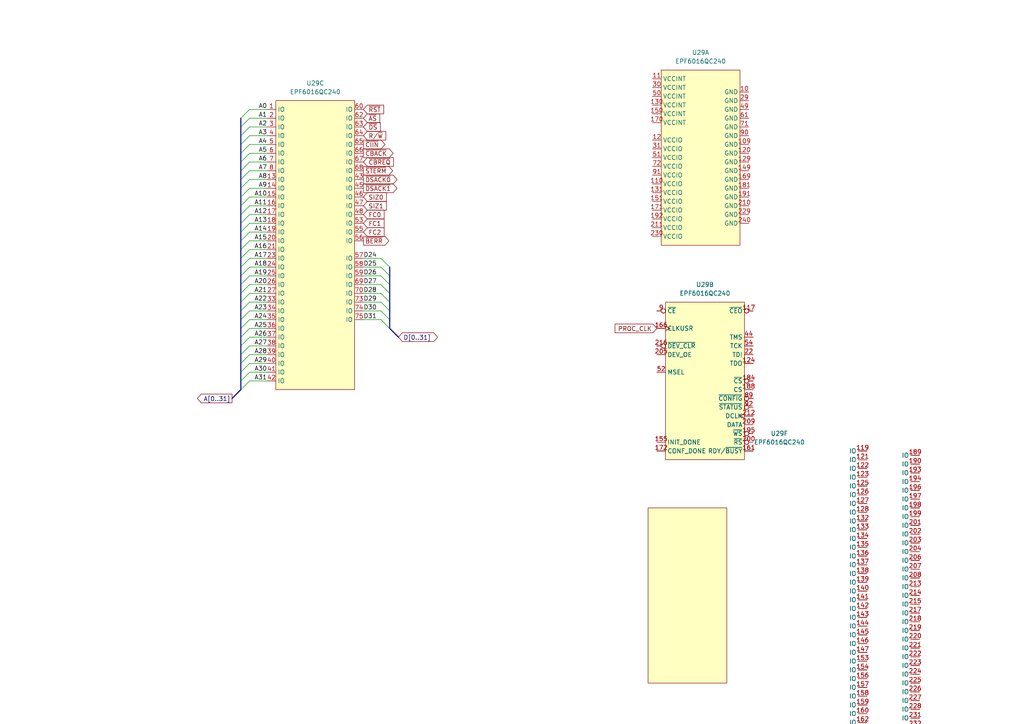
<source format=kicad_sch>
(kicad_sch (version 20231120) (generator "eeschema") (generator_version "8.0")
  (paper "A4")
  (lib_symbols
    (symbol "m68k-hbc-ic:EPF6016QC240"
      (property "Reference" "U" (at 0 60.96 0))
      (property "Value" "EPF6016QC240" (at 0 58.42 0))
      (symbol "EPF6016QC240_1_0"
        (pin power_in line (at 13.97 5.08 180) (length 2.54) (name "GND") (number "109"))
        (pin power_in line (at -13.97 -6.35 0) (length 2.54) (name "VCCIO") (number "110"))
        (pin power_in line (at -13.97 6.35 0) (length 2.54) (name "VCCIO") (number "12"))
        (pin power_in line (at 13.97 2.54 180) (length 2.54) (name "GND") (number "120"))
        (pin power_in line (at 13.97 0 180) (length 2.54) (name "GND") (number "129"))
        (pin power_in line (at -13.97 -8.89 0) (length 2.54) (name "VCCIO") (number "131"))
        (pin power_in line (at 13.97 -2.54 180) (length 2.54) (name "GND") (number "149"))
        (pin power_in line (at -13.97 -11.43 0) (length 2.54) (name "VCCIO") (number "151"))
        (pin power_in line (at 13.97 -5.08 180) (length 2.54) (name "GND") (number "169"))
        (pin power_in line (at -13.97 -13.97 0) (length 2.54) (name "VCCIO") (number "171"))
        (pin power_in line (at 13.97 -10.16 180) (length 2.54) (name "GND") (number "191"))
        (pin power_in line (at -13.97 -16.51 0) (length 2.54) (name "VCCIO") (number "192"))
        (pin power_in line (at 13.97 -15.24 180) (length 2.54) (name "GND") (number "229"))
        (pin power_in line (at -13.97 -21.59 0) (length 2.54) (name "VCCIO") (number "230"))
        (pin power_in line (at 13.97 17.78 180) (length 2.54) (name "GND") (number "29"))
        (pin power_in line (at -13.97 21.59 0) (length 2.54) (name "VCCINT") (number "30"))
        (pin power_in line (at -13.97 3.81 0) (length 2.54) (name "VCCIO") (number "31"))
        (pin power_in line (at 13.97 15.24 180) (length 2.54) (name "GND") (number "49"))
        (pin power_in line (at -13.97 19.05 0) (length 2.54) (name "VCCINT") (number "50"))
        (pin power_in line (at -13.97 1.27 0) (length 2.54) (name "VCCIO") (number "51"))
        (pin power_in line (at 13.97 12.7 180) (length 2.54) (name "GND") (number "61"))
        (pin power_in line (at 13.97 10.16 180) (length 2.54) (name "GND") (number "71"))
        (pin power_in line (at -13.97 -1.27 0) (length 2.54) (name "VCCIO") (number "72"))
      )
      (symbol "EPF6016QC240_1_1"
        (rectangle (start -11.43 26.67) (end 11.43 -24.13) (fill (type background)))
        (pin power_in line (at 13.97 20.32 180) (length 2.54) (name "GND") (number "10"))
        (pin power_in line (at -13.97 24.13 0) (length 2.54) (name "VCCINT") (number "11"))
        (pin power_in line (at -13.97 16.51 0) (length 2.54) (name "VCCINT") (number "130"))
        (pin power_in line (at -13.97 13.97 0) (length 2.54) (name "VCCINT") (number "150"))
        (pin power_in line (at -13.97 11.43 0) (length 2.54) (name "VCCINT") (number "170"))
        (pin power_in line (at 13.97 -7.62 180) (length 2.54) (name "GND") (number "181"))
        (pin power_in line (at 13.97 -12.7 180) (length 2.54) (name "GND") (number "210"))
        (pin power_in line (at -13.97 -19.05 0) (length 2.54) (name "VCCIO") (number "211"))
        (pin power_in line (at 13.97 -17.78 180) (length 2.54) (name "GND") (number "240"))
        (pin power_in line (at 13.97 7.62 180) (length 2.54) (name "GND") (number "90"))
        (pin power_in line (at -13.97 -3.81 0) (length 2.54) (name "VCCIO") (number "91"))
      )
      (symbol "EPF6016QC240_2_0"
        (pin output inverted (at 13.97 20.32 180) (length 2.54) (name "~{CEO}") (number "117"))
        (pin bidirectional line (at 13.97 -20.32 180) (length 2.54) (name "RDY/~{BUSY}") (number "161"))
        (pin input clock (at -13.97 15.24 0) (length 2.54) (name "CLKUSR") (number "166"))
        (pin bidirectional line (at -13.97 -20.32 0) (length 2.54) (name "CONF_DONE") (number "172"))
        (pin bidirectional inverted (at 13.97 0 180) (length 2.54) (name "~{CS}") (number "184"))
        (pin bidirectional inverted (at 13.97 -15.24 180) (length 2.54) (name "~{WS}") (number "195"))
        (pin bidirectional inverted (at 13.97 -17.78 180) (length 2.54) (name "~{RS}") (number "200"))
        (pin input line (at 13.97 12.7 180) (length 2.54) (name "TMS") (number "44"))
        (pin input line (at 13.97 10.16 180) (length 2.54) (name "TCK") (number "54"))
        (pin input inverted (at -13.97 20.32 0) (length 2.54) (name "~{CE}") (number "9"))
      )
      (symbol "EPF6016QC240_2_1"
        (rectangle (start -11.43 22.86) (end 11.43 -22.86) (fill (type background)))
        (pin output line (at 13.97 5.08 180) (length 2.54) (name "TDO") (number "124"))
        (pin bidirectional line (at -13.97 -17.78 0) (length 2.54) (name "INIT_DONE") (number "155"))
        (pin bidirectional line (at 13.97 -2.54 180) (length 2.54) (name "CS") (number "188"))
        (pin bidirectional line (at -13.97 7.62 0) (length 2.54) (name "DEV_OE") (number "205"))
        (pin input line (at 13.97 -12.7 180) (length 2.54) (name "DATA") (number "209"))
        (pin bidirectional clock (at 13.97 -10.16 180) (length 2.54) (name "DCLK") (number "212"))
        (pin bidirectional inverted (at -13.97 10.16 0) (length 2.54) (name "~{DEV_CLR}") (number "216"))
        (pin input line (at 13.97 7.62 180) (length 2.54) (name "TDI") (number "22"))
        (pin input line (at -13.97 2.54 0) (length 2.54) (name "MSEL") (number "52"))
        (pin bidirectional inverted (at 13.97 -5.08 180) (length 2.54) (name "~{CONFIG}") (number "89"))
        (pin bidirectional inverted (at 13.97 -7.62 180) (length 2.54) (name "~{STATUS}") (number "92"))
      )
      (symbol "EPF6016QC240_3_0"
        (pin bidirectional line (at -13.97 39.37 0) (length 2.54) (name "IO") (number "1"))
        (pin bidirectional line (at -13.97 19.05 0) (length 2.54) (name "IO") (number "13"))
        (pin bidirectional line (at -13.97 16.51 0) (length 2.54) (name "IO") (number "14"))
        (pin bidirectional line (at -13.97 13.97 0) (length 2.54) (name "IO") (number "15"))
        (pin bidirectional line (at -13.97 8.89 0) (length 2.54) (name "IO") (number "17"))
        (pin bidirectional line (at -13.97 6.35 0) (length 2.54) (name "IO") (number "18"))
        (pin bidirectional line (at -13.97 3.81 0) (length 2.54) (name "IO") (number "19"))
        (pin bidirectional line (at -13.97 -1.27 0) (length 2.54) (name "IO") (number "21"))
        (pin bidirectional line (at -13.97 -6.35 0) (length 2.54) (name "IO") (number "24"))
        (pin bidirectional line (at -13.97 -8.89 0) (length 2.54) (name "IO") (number "25"))
        (pin bidirectional line (at -13.97 -16.51 0) (length 2.54) (name "IO") (number "33"))
        (pin bidirectional line (at -13.97 -19.05 0) (length 2.54) (name "IO") (number "34"))
        (pin bidirectional line (at -13.97 -21.59 0) (length 2.54) (name "IO") (number "35"))
        (pin bidirectional line (at -13.97 -24.13 0) (length 2.54) (name "IO") (number "36"))
        (pin bidirectional line (at -13.97 -29.21 0) (length 2.54) (name "IO") (number "38"))
        (pin bidirectional line (at -13.97 -31.75 0) (length 2.54) (name "IO") (number "39"))
        (pin bidirectional line (at -13.97 -34.29 0) (length 2.54) (name "IO") (number "40"))
        (pin bidirectional line (at -13.97 -36.83 0) (length 2.54) (name "IO") (number "41"))
        (pin bidirectional line (at 13.97 19.05 180) (length 2.54) (name "IO") (number "43"))
        (pin bidirectional line (at 13.97 16.51 180) (length 2.54) (name "IO") (number "45"))
        (pin bidirectional line (at 13.97 13.97 180) (length 2.54) (name "IO") (number "46"))
        (pin bidirectional line (at 13.97 8.89 180) (length 2.54) (name "IO") (number "48"))
        (pin bidirectional line (at 13.97 6.35 180) (length 2.54) (name "IO") (number "53"))
        (pin bidirectional line (at 13.97 3.81 180) (length 2.54) (name "IO") (number "55"))
        (pin bidirectional line (at 13.97 1.27 180) (length 2.54) (name "IO") (number "56"))
        (pin bidirectional line (at -13.97 26.67 0) (length 2.54) (name "IO") (number "6"))
        (pin bidirectional line (at 13.97 36.83 180) (length 2.54) (name "IO") (number "62"))
        (pin bidirectional line (at 13.97 34.29 180) (length 2.54) (name "IO") (number "63"))
        (pin bidirectional line (at 13.97 31.75 180) (length 2.54) (name "IO") (number "64"))
        (pin bidirectional line (at 13.97 29.21 180) (length 2.54) (name "IO") (number "65"))
        (pin bidirectional line (at 13.97 26.67 180) (length 2.54) (name "IO") (number "66"))
        (pin bidirectional line (at 13.97 24.13 180) (length 2.54) (name "IO") (number "67"))
        (pin bidirectional line (at 13.97 21.59 180) (length 2.54) (name "IO") (number "68"))
        (pin bidirectional line (at -13.97 24.13 0) (length 2.54) (name "IO") (number "7"))
        (pin bidirectional line (at 13.97 -13.97 180) (length 2.54) (name "IO") (number "70"))
        (pin bidirectional line (at 13.97 -19.05 180) (length 2.54) (name "IO") (number "74"))
        (pin bidirectional line (at 13.97 -21.59 180) (length 2.54) (name "IO") (number "75"))
        (pin bidirectional line (at -13.97 21.59 0) (length 2.54) (name "IO") (number "8"))
      )
      (symbol "EPF6016QC240_3_1"
        (rectangle (start -11.43 41.91) (end 11.43 -41.91) (fill (type background)))
        (pin bidirectional line (at -13.97 11.43 0) (length 2.54) (name "IO") (number "16"))
        (pin bidirectional line (at -13.97 36.83 0) (length 2.54) (name "IO") (number "2"))
        (pin bidirectional line (at -13.97 1.27 0) (length 2.54) (name "IO") (number "20"))
        (pin bidirectional line (at -13.97 -3.81 0) (length 2.54) (name "IO") (number "23"))
        (pin bidirectional line (at -13.97 -11.43 0) (length 2.54) (name "IO") (number "26"))
        (pin bidirectional line (at -13.97 -13.97 0) (length 2.54) (name "IO") (number "27"))
        (pin bidirectional line (at -13.97 34.29 0) (length 2.54) (name "IO") (number "3"))
        (pin bidirectional line (at -13.97 -26.67 0) (length 2.54) (name "IO") (number "37"))
        (pin bidirectional line (at -13.97 31.75 0) (length 2.54) (name "IO") (number "4"))
        (pin bidirectional line (at -13.97 -39.37 0) (length 2.54) (name "IO") (number "42"))
        (pin bidirectional line (at 13.97 11.43 180) (length 2.54) (name "IO") (number "47"))
        (pin bidirectional line (at -13.97 29.21 0) (length 2.54) (name "IO") (number "5"))
        (pin bidirectional line (at 13.97 -3.81 180) (length 2.54) (name "IO") (number "57"))
        (pin bidirectional line (at 13.97 -6.35 180) (length 2.54) (name "IO") (number "58"))
        (pin bidirectional line (at 13.97 -8.89 180) (length 2.54) (name "IO") (number "59"))
        (pin bidirectional line (at 13.97 39.37 180) (length 2.54) (name "IO") (number "60"))
        (pin bidirectional line (at 13.97 -11.43 180) (length 2.54) (name "IO") (number "69"))
        (pin bidirectional line (at 13.97 -16.51 180) (length 2.54) (name "IO") (number "73"))
      )
      (symbol "EPF6016QC240_4_0"
        (pin bidirectional line (at 13.97 0 180) (length 2.54) (name "IO") (number "100"))
        (pin bidirectional line (at 13.97 -2.54 180) (length 2.54) (name "IO") (number "101"))
        (pin bidirectional line (at 13.97 -10.16 180) (length 2.54) (name "IO") (number "102"))
        (pin bidirectional line (at 13.97 -5.08 180) (length 2.54) (name "IO") (number "168"))
        (pin bidirectional line (at 13.97 -7.62 180) (length 2.54) (name "IO") (number "173"))
        (pin bidirectional line (at -13.97 12.7 0) (length 2.54) (name "IO") (number "78"))
        (pin bidirectional line (at -13.97 10.16 0) (length 2.54) (name "IO") (number "79"))
        (pin bidirectional line (at -13.97 5.08 0) (length 2.54) (name "IO") (number "80"))
        (pin bidirectional line (at -13.97 2.54 0) (length 2.54) (name "IO") (number "81"))
        (pin bidirectional line (at -13.97 0 0) (length 2.54) (name "IO") (number "82"))
        (pin bidirectional line (at -13.97 -2.54 0) (length 2.54) (name "IO") (number "83"))
        (pin bidirectional line (at -13.97 -5.08 0) (length 2.54) (name "IO") (number "84"))
        (pin bidirectional line (at -13.97 -10.16 0) (length 2.54) (name "IO") (number "86"))
        (pin bidirectional line (at -13.97 -12.7 0) (length 2.54) (name "IO") (number "87"))
        (pin bidirectional line (at -13.97 -17.78 0) (length 2.54) (name "IO") (number "88"))
        (pin bidirectional line (at 13.97 15.24 180) (length 2.54) (name "IO") (number "94"))
        (pin bidirectional line (at 13.97 12.7 180) (length 2.54) (name "IO") (number "95"))
        (pin bidirectional line (at 13.97 7.62 180) (length 2.54) (name "IO") (number "97"))
        (pin bidirectional line (at 13.97 5.08 180) (length 2.54) (name "IO") (number "98"))
        (pin bidirectional line (at 13.97 2.54 180) (length 2.54) (name "IO") (number "99"))
      )
      (symbol "EPF6016QC240_4_1"
        (rectangle (start -11.43 20.32) (end 11.43 -20.32) (fill (type background)))
        (pin bidirectional line (at -13.97 17.78 0) (length 2.54) (name "IO") (number "76"))
        (pin bidirectional line (at -13.97 15.24 0) (length 2.54) (name "IO") (number "77"))
        (pin bidirectional line (at -13.97 -7.62 0) (length 2.54) (name "IO") (number "85"))
        (pin bidirectional line (at 13.97 17.78 180) (length 2.54) (name "IO") (number "93"))
        (pin bidirectional line (at 13.97 10.16 180) (length 2.54) (name "IO") (number "96"))
      )
      (symbol "EPF6016QC240_5_0"
        (pin bidirectional line (at -13.97 15.24 0) (length 2.54) (name "IO") (number "103"))
        (pin bidirectional line (at -13.97 10.16 0) (length 2.54) (name "IO") (number "105"))
        (pin bidirectional line (at -13.97 7.62 0) (length 2.54) (name "IO") (number "106"))
        (pin bidirectional line (at -13.97 5.08 0) (length 2.54) (name "IO") (number "107"))
        (pin bidirectional line (at -13.97 2.54 0) (length 2.54) (name "IO") (number "108"))
        (pin bidirectional line (at -13.97 0 0) (length 2.54) (name "IO") (number "111"))
        (pin bidirectional line (at -13.97 -5.08 0) (length 2.54) (name "IO") (number "113"))
        (pin bidirectional line (at -13.97 -7.62 0) (length 2.54) (name "IO") (number "114"))
        (pin bidirectional line (at -13.97 -10.16 0) (length 2.54) (name "IO") (number "115"))
        (pin bidirectional line (at -13.97 -12.7 0) (length 2.54) (name "IO") (number "116"))
        (pin bidirectional line (at -13.97 -15.24 0) (length 2.54) (name "IO") (number "118"))
      )
      (symbol "EPF6016QC240_5_1"
        (rectangle (start -11.43 17.78) (end 11.43 -17.78) (fill (type background)))
        (pin bidirectional line (at -13.97 12.7 0) (length 2.54) (name "IO") (number "104"))
        (pin bidirectional line (at -13.97 -2.54 0) (length 2.54) (name "IO") (number "112"))
      )
      (symbol "EPF6016QC240_6_0"
        (pin bidirectional line (at 52.07 43.18 180) (length 2.54) (name "IO") (number "119"))
        (pin bidirectional line (at 52.07 30.48 180) (length 2.54) (name "IO") (number "126"))
        (pin bidirectional line (at 52.07 27.94 180) (length 2.54) (name "IO") (number "127"))
        (pin bidirectional line (at 52.07 25.4 180) (length 2.54) (name "IO") (number "128"))
        (pin bidirectional line (at 52.07 22.86 180) (length 2.54) (name "IO") (number "132"))
        (pin bidirectional line (at 52.07 20.32 180) (length 2.54) (name "IO") (number "133"))
        (pin bidirectional line (at 52.07 17.78 180) (length 2.54) (name "IO") (number "134"))
        (pin bidirectional line (at 52.07 12.7 180) (length 2.54) (name "IO") (number "136"))
        (pin bidirectional line (at 52.07 10.16 180) (length 2.54) (name "IO") (number "137"))
        (pin bidirectional line (at 52.07 7.62 180) (length 2.54) (name "IO") (number "138"))
        (pin bidirectional line (at 52.07 5.08 180) (length 2.54) (name "IO") (number "139"))
        (pin bidirectional line (at 52.07 0 180) (length 2.54) (name "IO") (number "141"))
        (pin bidirectional line (at 52.07 -2.54 180) (length 2.54) (name "IO") (number "142"))
        (pin bidirectional line (at 52.07 -5.08 180) (length 2.54) (name "IO") (number "143"))
        (pin bidirectional line (at 52.07 -7.62 180) (length 2.54) (name "IO") (number "144"))
        (pin bidirectional line (at 52.07 -12.7 180) (length 2.54) (name "IO") (number "146"))
        (pin bidirectional line (at 52.07 -15.24 180) (length 2.54) (name "IO") (number "147"))
        (pin input line (at 67.31 -64.77 180) (length 2.54) (name "I") (number "148"))
        (pin input line (at 67.31 -67.31 180) (length 2.54) (name "I") (number "152"))
        (pin bidirectional line (at 52.07 -17.78 180) (length 2.54) (name "IO") (number "153"))
        (pin bidirectional line (at 52.07 -20.32 180) (length 2.54) (name "IO") (number "154"))
        (pin bidirectional line (at 52.07 -22.86 180) (length 2.54) (name "IO") (number "156"))
        (pin bidirectional line (at 52.07 -25.4 180) (length 2.54) (name "IO") (number "157"))
        (pin bidirectional line (at 52.07 -27.94 180) (length 2.54) (name "IO") (number "158"))
        (pin bidirectional line (at 52.07 -35.56 180) (length 2.54) (name "IO") (number "162"))
        (pin bidirectional line (at 52.07 -38.1 180) (length 2.54) (name "IO") (number "163"))
        (pin bidirectional line (at 52.07 -40.64 180) (length 2.54) (name "IO") (number "164"))
        (pin bidirectional line (at 52.07 -45.72 180) (length 2.54) (name "IO") (number "167"))
        (pin bidirectional line (at 52.07 -48.26 180) (length 2.54) (name "IO") (number "174"))
        (pin bidirectional line (at 52.07 -50.8 180) (length 2.54) (name "IO") (number "175"))
        (pin bidirectional line (at 52.07 -76.2 180) (length 2.54) (name "IO") (number "187"))
        (pin bidirectional line (at 67.31 36.83 180) (length 2.54) (name "IO") (number "193"))
        (pin bidirectional line (at 67.31 34.29 180) (length 2.54) (name "IO") (number "194"))
        (pin bidirectional line (at 67.31 31.75 180) (length 2.54) (name "IO") (number "196"))
        (pin bidirectional line (at 67.31 26.67 180) (length 2.54) (name "IO") (number "198"))
        (pin bidirectional line (at 67.31 24.13 180) (length 2.54) (name "IO") (number "199"))
        (pin bidirectional line (at 67.31 21.59 180) (length 2.54) (name "IO") (number "201"))
        (pin bidirectional line (at 67.31 19.05 180) (length 2.54) (name "IO") (number "202"))
        (pin bidirectional line (at 67.31 16.51 180) (length 2.54) (name "IO") (number "203"))
        (pin bidirectional line (at 67.31 13.97 180) (length 2.54) (name "IO") (number "204"))
        (pin bidirectional line (at 67.31 11.43 180) (length 2.54) (name "IO") (number "206"))
        (pin bidirectional line (at 67.31 8.89 180) (length 2.54) (name "IO") (number "207"))
        (pin bidirectional line (at 67.31 6.35 180) (length 2.54) (name "IO") (number "208"))
        (pin bidirectional line (at 67.31 1.27 180) (length 2.54) (name "IO") (number "214"))
        (pin bidirectional line (at 67.31 -1.27 180) (length 2.54) (name "IO") (number "215"))
        (pin bidirectional line (at 67.31 -3.81 180) (length 2.54) (name "IO") (number "217"))
        (pin bidirectional line (at 67.31 -6.35 180) (length 2.54) (name "IO") (number "218"))
        (pin bidirectional line (at 67.31 -8.89 180) (length 2.54) (name "IO") (number "219"))
        (pin bidirectional line (at 67.31 -11.43 180) (length 2.54) (name "IO") (number "220"))
        (pin bidirectional line (at 67.31 -13.97 180) (length 2.54) (name "IO") (number "221"))
        (pin bidirectional line (at 67.31 -16.51 180) (length 2.54) (name "IO") (number "222"))
        (pin bidirectional line (at 67.31 -19.05 180) (length 2.54) (name "IO") (number "223"))
        (pin bidirectional line (at 67.31 -24.13 180) (length 2.54) (name "IO") (number "225"))
        (pin bidirectional line (at 67.31 -26.67 180) (length 2.54) (name "IO") (number "226"))
        (pin bidirectional line (at 67.31 -29.21 180) (length 2.54) (name "IO") (number "227"))
        (pin bidirectional line (at 67.31 -31.75 180) (length 2.54) (name "IO") (number "228"))
        (pin bidirectional line (at 67.31 -34.29 180) (length 2.54) (name "IO") (number "231"))
        (pin bidirectional line (at 67.31 -39.37 180) (length 2.54) (name "IO") (number "233"))
        (pin bidirectional line (at 67.31 -41.91 180) (length 2.54) (name "IO") (number "234"))
        (pin bidirectional line (at 67.31 -44.45 180) (length 2.54) (name "IO") (number "235"))
        (pin bidirectional line (at 67.31 -49.53 180) (length 2.54) (name "IO") (number "237"))
        (pin input line (at 67.31 -59.69 180) (length 2.54) (name "I") (number "28"))
      )
      (symbol "EPF6016QC240_6_1"
        (rectangle (start -11.43 26.67) (end 11.43 -24.13) (fill (type background)))
        (pin bidirectional line (at 52.07 40.64 180) (length 2.54) (name "IO") (number "121"))
        (pin bidirectional line (at 52.07 38.1 180) (length 2.54) (name "IO") (number "122"))
        (pin bidirectional line (at 52.07 35.56 180) (length 2.54) (name "IO") (number "123"))
        (pin bidirectional line (at 52.07 33.02 180) (length 2.54) (name "IO") (number "125"))
        (pin bidirectional line (at 52.07 15.24 180) (length 2.54) (name "IO") (number "135"))
        (pin bidirectional line (at 52.07 2.54 180) (length 2.54) (name "IO") (number "140"))
        (pin bidirectional line (at 52.07 -10.16 180) (length 2.54) (name "IO") (number "145"))
        (pin bidirectional line (at 52.07 -30.48 180) (length 2.54) (name "IO") (number "159"))
        (pin bidirectional line (at 52.07 -33.02 180) (length 2.54) (name "IO") (number "160"))
        (pin bidirectional line (at 52.07 -43.18 180) (length 2.54) (name "IO") (number "165"))
        (pin bidirectional line (at 52.07 -53.34 180) (length 2.54) (name "IO") (number "176"))
        (pin bidirectional line (at 52.07 -55.88 180) (length 2.54) (name "IO") (number "177"))
        (pin bidirectional line (at 52.07 -58.42 180) (length 2.54) (name "IO") (number "178"))
        (pin bidirectional line (at 52.07 -60.96 180) (length 2.54) (name "IO") (number "179"))
        (pin bidirectional line (at 52.07 -63.5 180) (length 2.54) (name "IO") (number "180"))
        (pin bidirectional line (at 52.07 -66.04 180) (length 2.54) (name "IO") (number "182"))
        (pin bidirectional line (at 52.07 -68.58 180) (length 2.54) (name "IO") (number "183"))
        (pin bidirectional line (at 52.07 -71.12 180) (length 2.54) (name "IO") (number "185"))
        (pin bidirectional line (at 52.07 -73.66 180) (length 2.54) (name "IO") (number "186"))
        (pin bidirectional line (at 67.31 41.91 180) (length 2.54) (name "IO") (number "189"))
        (pin bidirectional line (at 67.31 39.37 180) (length 2.54) (name "IO") (number "190"))
        (pin bidirectional line (at 67.31 29.21 180) (length 2.54) (name "IO") (number "197"))
        (pin bidirectional line (at 67.31 3.81 180) (length 2.54) (name "IO") (number "213"))
        (pin bidirectional line (at 67.31 -21.59 180) (length 2.54) (name "IO") (number "224"))
        (pin bidirectional line (at 67.31 -36.83 180) (length 2.54) (name "IO") (number "232"))
        (pin bidirectional line (at 67.31 -46.99 180) (length 2.54) (name "IO") (number "236"))
        (pin bidirectional line (at 67.31 -52.07 180) (length 2.54) (name "IO") (number "238"))
        (pin bidirectional line (at 67.31 -54.61 180) (length 2.54) (name "IO") (number "239"))
        (pin input line (at 67.31 -62.23 180) (length 2.54) (name "I") (number "32"))
      )
    )
  )
  (bus_entry (at 72.39 36.83) (size -2.54 2.54))
  (bus_entry (at 72.39 59.69) (size -2.54 2.54))
  (bus_entry (at 72.39 87.63) (size -2.54 2.54))
  (bus_entry (at 72.39 77.47) (size -2.54 2.54))
  (bus_entry (at 72.39 90.17) (size -2.54 2.54))
  (bus_entry (at 72.39 80.01) (size -2.54 2.54))
  (bus_entry (at 72.39 41.91) (size -2.54 2.54))
  (bus_entry (at 72.39 74.93) (size -2.54 2.54))
  (bus_entry (at 72.39 97.79) (size -2.54 2.54))
  (bus_entry (at 72.39 92.71) (size -2.54 2.54))
  (bus_entry (at 110.49 77.47) (size 2.54 2.54))
  (bus_entry (at 72.39 52.07) (size -2.54 2.54))
  (bus_entry (at 72.39 72.39) (size -2.54 2.54))
  (bus_entry (at 110.49 82.55) (size 2.54 2.54))
  (bus_entry (at 72.39 67.31) (size -2.54 2.54))
  (bus_entry (at 72.39 69.85) (size -2.54 2.54))
  (bus_entry (at 72.39 39.37) (size -2.54 2.54))
  (bus_entry (at 72.39 31.75) (size -2.54 2.54))
  (bus_entry (at 110.49 85.09) (size 2.54 2.54))
  (bus_entry (at 72.39 85.09) (size -2.54 2.54))
  (bus_entry (at 72.39 64.77) (size -2.54 2.54))
  (bus_entry (at 72.39 110.49) (size -2.54 2.54))
  (bus_entry (at 110.49 80.01) (size 2.54 2.54))
  (bus_entry (at 110.49 90.17) (size 2.54 2.54))
  (bus_entry (at 72.39 46.99) (size -2.54 2.54))
  (bus_entry (at 72.39 44.45) (size -2.54 2.54))
  (bus_entry (at 72.39 95.25) (size -2.54 2.54))
  (bus_entry (at 72.39 62.23) (size -2.54 2.54))
  (bus_entry (at 72.39 107.95) (size -2.54 2.54))
  (bus_entry (at 110.49 74.93) (size 2.54 2.54))
  (bus_entry (at 72.39 49.53) (size -2.54 2.54))
  (bus_entry (at 72.39 82.55) (size -2.54 2.54))
  (bus_entry (at 72.39 54.61) (size -2.54 2.54))
  (bus_entry (at 72.39 57.15) (size -2.54 2.54))
  (bus_entry (at 110.49 87.63) (size 2.54 2.54))
  (bus_entry (at 110.49 92.71) (size 2.54 2.54))
  (bus_entry (at 72.39 100.33) (size -2.54 2.54))
  (bus_entry (at 72.39 34.29) (size -2.54 2.54))
  (bus_entry (at 72.39 102.87) (size -2.54 2.54))
  (bus_entry (at 72.39 105.41) (size -2.54 2.54))
  (wire (pts (xy 72.39 46.99) (xy 77.47 46.99)))
  (wire (pts (xy 72.39 82.55) (xy 77.47 82.55)))
  (wire (pts (xy 72.39 92.71) (xy 77.47 92.71)))
  (wire (pts (xy 72.39 85.09) (xy 77.47 85.09)))
  (wire (pts (xy 72.39 77.47) (xy 77.47 77.47)))
  (bus (pts (xy 69.85 105.41) (xy 69.85 107.95)))
  (wire (pts (xy 110.49 82.55) (xy 105.41 82.55)))
  (bus (pts (xy 69.85 69.85) (xy 69.85 72.39)))
  (bus (pts (xy 113.03 82.55) (xy 113.03 85.09)))
  (bus (pts (xy 69.85 80.01) (xy 69.85 82.55)))
  (bus (pts (xy 69.85 85.09) (xy 69.85 87.63)))
  (wire (pts (xy 72.39 41.91) (xy 77.47 41.91)))
  (wire (pts (xy 72.39 90.17) (xy 77.47 90.17)))
  (bus (pts (xy 69.85 82.55) (xy 69.85 85.09)))
  (wire (pts (xy 72.39 44.45) (xy 77.47 44.45)))
  (bus (pts (xy 69.85 100.33) (xy 69.85 102.87)))
  (bus (pts (xy 113.03 90.17) (xy 113.03 92.71)))
  (wire (pts (xy 110.49 85.09) (xy 105.41 85.09)))
  (wire (pts (xy 72.39 49.53) (xy 77.47 49.53)))
  (bus (pts (xy 69.85 74.93) (xy 69.85 77.47)))
  (bus (pts (xy 113.03 92.71) (xy 113.03 95.25)))
  (wire (pts (xy 110.49 74.93) (xy 105.41 74.93)))
  (bus (pts (xy 113.03 95.25) (xy 115.57 97.79)))
  (bus (pts (xy 69.85 95.25) (xy 69.85 97.79)))
  (wire (pts (xy 110.49 90.17) (xy 105.41 90.17)))
  (bus (pts (xy 113.03 77.47) (xy 113.03 80.01)))
  (bus (pts (xy 69.85 92.71) (xy 69.85 95.25)))
  (bus (pts (xy 69.85 52.07) (xy 69.85 54.61)))
  (wire (pts (xy 72.39 62.23) (xy 77.47 62.23)))
  (wire (pts (xy 72.39 34.29) (xy 77.47 34.29)))
  (wire (pts (xy 72.39 95.25) (xy 77.47 95.25)))
  (wire (pts (xy 72.39 31.75) (xy 77.47 31.75)))
  (bus (pts (xy 69.85 72.39) (xy 69.85 74.93)))
  (bus (pts (xy 69.85 110.49) (xy 69.85 113.03)))
  (bus (pts (xy 69.85 62.23) (xy 69.85 64.77)))
  (bus (pts (xy 69.85 36.83) (xy 69.85 39.37)))
  (bus (pts (xy 69.85 49.53) (xy 69.85 52.07)))
  (wire (pts (xy 110.49 77.47) (xy 105.41 77.47)))
  (bus (pts (xy 69.85 77.47) (xy 69.85 80.01)))
  (wire (pts (xy 110.49 87.63) (xy 105.41 87.63)))
  (wire (pts (xy 72.39 110.49) (xy 77.47 110.49)))
  (wire (pts (xy 72.39 67.31) (xy 77.47 67.31)))
  (bus (pts (xy 69.85 102.87) (xy 69.85 105.41)))
  (bus (pts (xy 69.85 87.63) (xy 69.85 90.17)))
  (wire (pts (xy 72.39 105.41) (xy 77.47 105.41)))
  (wire (pts (xy 72.39 59.69) (xy 77.47 59.69)))
  (bus (pts (xy 69.85 39.37) (xy 69.85 41.91)))
  (wire (pts (xy 72.39 80.01) (xy 77.47 80.01)))
  (wire (pts (xy 110.49 92.71) (xy 105.41 92.71)))
  (bus (pts (xy 69.85 46.99) (xy 69.85 49.53)))
  (wire (pts (xy 72.39 107.95) (xy 77.47 107.95)))
  (wire (pts (xy 72.39 102.87) (xy 77.47 102.87)))
  (wire (pts (xy 72.39 69.85) (xy 77.47 69.85)))
  (bus (pts (xy 69.85 90.17) (xy 69.85 92.71)))
  (bus (pts (xy 113.03 85.09) (xy 113.03 87.63)))
  (bus (pts (xy 113.03 87.63) (xy 113.03 90.17)))
  (wire (pts (xy 72.39 72.39) (xy 77.47 72.39)))
  (bus (pts (xy 69.85 41.91) (xy 69.85 44.45)))
  (wire (pts (xy 72.39 57.15) (xy 77.47 57.15)))
  (wire (pts (xy 72.39 74.93) (xy 77.47 74.93)))
  (bus (pts (xy 69.85 44.45) (xy 69.85 46.99)))
  (wire (pts (xy 72.39 52.07) (xy 77.47 52.07)))
  (bus (pts (xy 69.85 34.29) (xy 69.85 36.83)))
  (bus (pts (xy 113.03 80.01) (xy 113.03 82.55)))
  (bus (pts (xy 69.85 107.95) (xy 69.85 110.49)))
  (wire (pts (xy 72.39 54.61) (xy 77.47 54.61)))
  (bus (pts (xy 69.85 54.61) (xy 69.85 57.15)))
  (wire (pts (xy 110.49 80.01) (xy 105.41 80.01)))
  (wire (pts (xy 72.39 39.37) (xy 77.47 39.37)))
  (wire (pts (xy 72.39 97.79) (xy 77.47 97.79)))
  (wire (pts (xy 72.39 87.63) (xy 77.47 87.63)))
  (wire (pts (xy 72.39 36.83) (xy 77.47 36.83)))
  (bus (pts (xy 69.85 59.69) (xy 69.85 62.23)))
  (bus (pts (xy 69.85 97.79) (xy 69.85 100.33)))
  (wire (pts (xy 72.39 100.33) (xy 77.47 100.33)))
  (bus (pts (xy 69.85 57.15) (xy 69.85 59.69)))
  (wire (pts (xy 72.39 64.77) (xy 77.47 64.77)))
  (bus (pts (xy 69.85 67.31) (xy 69.85 69.85)))
  (bus (pts (xy 69.85 113.03) (xy 67.31 115.57)))
  (bus (pts (xy 69.85 64.77) (xy 69.85 67.31)))
  (label "D28" (at 105.41 85.09 0))
  (label "A24" (at 77.47 92.71 180))
  (label "D29" (at 105.41 87.63 0))
  (label "A27" (at 77.47 100.33 180))
  (label "A15" (at 77.47 69.85 180))
  (label "A18" (at 77.47 77.47 180))
  (label "A8" (at 77.47 52.07 180))
  (label "A26" (at 77.47 97.79 180))
  (label "A11" (at 77.47 59.69 180))
  (label "A10" (at 77.47 57.15 180))
  (label "A29" (at 77.47 105.41 180))
  (label "A22" (at 77.47 87.63 180))
  (label "D27" (at 105.41 82.55 0))
  (label "A5" (at 77.47 44.45 180))
  (label "A6" (at 77.47 46.99 180))
  (label "A30" (at 77.47 107.95 180))
  (label "A31" (at 77.47 110.49 180))
  (label "A0" (at 77.47 31.75 180))
  (label "A4" (at 77.47 41.91 180))
  (label "A21" (at 77.47 85.09 180))
  (label "A25" (at 77.47 95.25 180))
  (label "A28" (at 77.47 102.87 180))
  (label "A13" (at 77.47 64.77 180))
  (label "A2" (at 77.47 36.83 180))
  (label "A16" (at 77.47 72.39 180))
  (label "A20" (at 77.47 82.55 180))
  (label "D30" (at 105.41 90.17 0))
  (label "A17" (at 77.47 74.93 180))
  (label "A1" (at 77.47 34.29 180))
  (label "A19" (at 77.47 80.01 180))
  (label "A7" (at 77.47 49.53 180))
  (label "D26" (at 105.41 80.01 0))
  (label "A14" (at 77.47 67.31 180))
  (label "A12" (at 77.47 62.23 180))
  (label "A23" (at 77.47 90.17 180))
  (label "A3" (at 77.47 39.37 180))
  (label "D24" (at 105.41 74.93 0))
  (label "D31" (at 105.41 92.71 0))
  (label "A9" (at 77.47 54.61 180))
  (label "D25" (at 105.41 77.47 0))
  (global_label "~{CBREQ}" (shape input) (at 105.41 46.99 0) (property "Intersheetrefs" "${INTERSHEET_REFS}" (effects (hide yes))))
  (global_label "A[0..31]" (shape output) (at 67.31 115.57 180) (property "Intersheetrefs" "${INTERSHEET_REFS}" (effects (hide yes))))
  (global_label "~{CBACK}" (shape output) (at 105.41 44.45 0) (property "Intersheetrefs" "${INTERSHEET_REFS}" (effects (hide yes))))
  (global_label "~{DS}" (shape input) (at 105.41 36.83 0) (property "Intersheetrefs" "${INTERSHEET_REFS}" (effects (hide yes))))
  (global_label "SIZ1" (shape input) (at 105.41 59.69 0) (property "Intersheetrefs" "${INTERSHEET_REFS}" (effects (hide yes))))
  (global_label "FC2" (shape input) (at 105.41 67.31 0) (property "Intersheetrefs" "${INTERSHEET_REFS}" (effects (hide yes))))
  (global_label "FC1" (shape input) (at 105.41 64.77 0) (property "Intersheetrefs" "${INTERSHEET_REFS}" (effects (hide yes))))
  (global_label "~{STERM}" (shape output) (at 105.41 49.53 0) (property "Intersheetrefs" "${INTERSHEET_REFS}" (effects (hide yes))))
  (global_label "~{DSACK0}" (shape output) (at 105.41 52.07 0) (property "Intersheetrefs" "${INTERSHEET_REFS}" (effects (hide yes))))
  (global_label "~{DSACK1}" (shape output) (at 105.41 54.61 0) (property "Intersheetrefs" "${INTERSHEET_REFS}" (effects (hide yes))))
  (global_label "PROC_CLK" (shape input) (at 190.5 95.25 180) (property "Intersheetrefs" "${INTERSHEET_REFS}" (effects (hide yes))))
  (global_label "~{RST}" (shape input) (at 105.41 31.75 0) (property "Intersheetrefs" "${INTERSHEET_REFS}" (effects (hide yes))))
  (global_label "~{AS}" (shape input) (at 105.41 34.29 0) (property "Intersheetrefs" "${INTERSHEET_REFS}" (effects (hide yes))))
  (global_label "~{BERR}" (shape output) (at 105.41 69.85 0) (property "Intersheetrefs" "${INTERSHEET_REFS}" (effects (hide yes))))
  (global_label "~{CIIN}" (shape output) (at 105.41 41.91 0) (property "Intersheetrefs" "${INTERSHEET_REFS}" (effects (hide yes))))
  (global_label "SIZ0" (shape input) (at 105.41 57.15 0) (property "Intersheetrefs" "${INTERSHEET_REFS}" (effects (hide yes))))
  (global_label "FC0" (shape input) (at 105.41 62.23 0) (property "Intersheetrefs" "${INTERSHEET_REFS}" (effects (hide yes))))
  (global_label "R{slash}~{W}" (shape input) (at 105.41 39.37 0) (property "Intersheetrefs" "${INTERSHEET_REFS}" (effects (hide yes))))
  (global_label "D[0..31]" (shape bidirectional) (at 115.57 97.79 0) (property "Intersheetrefs" "${INTERSHEET_REFS}" (effects (hide yes))))
  (symbol (lib_id "m68k-hbc-ic:EPF6016QC240") (at 203.2 46.99 0) (unit 1)
    (property "Reference" "U29" (at 203.2 15.24 0))
    (property "Value" "EPF6016QC240" (at 203.2 17.78 0))
    (property "Footprint" "Package_QFP:PQFP-240_32.1x32.1mm_P0.5mm" (effects (hide yes)))
  )
  (symbol (lib_id "m68k-hbc-ic:EPF6016QC240") (at 204.47 110.49 0) (unit 2)
    (property "Reference" "U29" (at 204.47 82.55 0))
    (property "Value" "EPF6016QC240" (at 204.47 85.09 0))
    (property "Footprint" "Package_QFP:PQFP-240_32.1x32.1mm_P0.5mm" (effects (hide yes)))
  )
  (symbol (lib_id "m68k-hbc-ic:EPF6016QC240") (at 91.44 71.12 0) (unit 3)
    (property "Reference" "U29" (at 91.44 24.13 0))
    (property "Value" "EPF6016QC240" (at 91.44 26.67 0))
    (property "Footprint" "Package_QFP:PQFP-240_32.1x32.1mm_P0.5mm" (effects (hide yes)))
  )
  (symbol (lib_id "m68k-hbc-ic:EPF6016QC240") (at 199.39 173.99 0) (unit 6)
    (property "Reference" "U29" (at 226.06 125.73 0))
    (property "Value" "EPF6016QC240" (at 226.06 128.27 0))
    (property "Footprint" "Package_QFP:PQFP-240_32.1x32.1mm_P0.5mm" (effects (hide yes)))
  )
)
</source>
